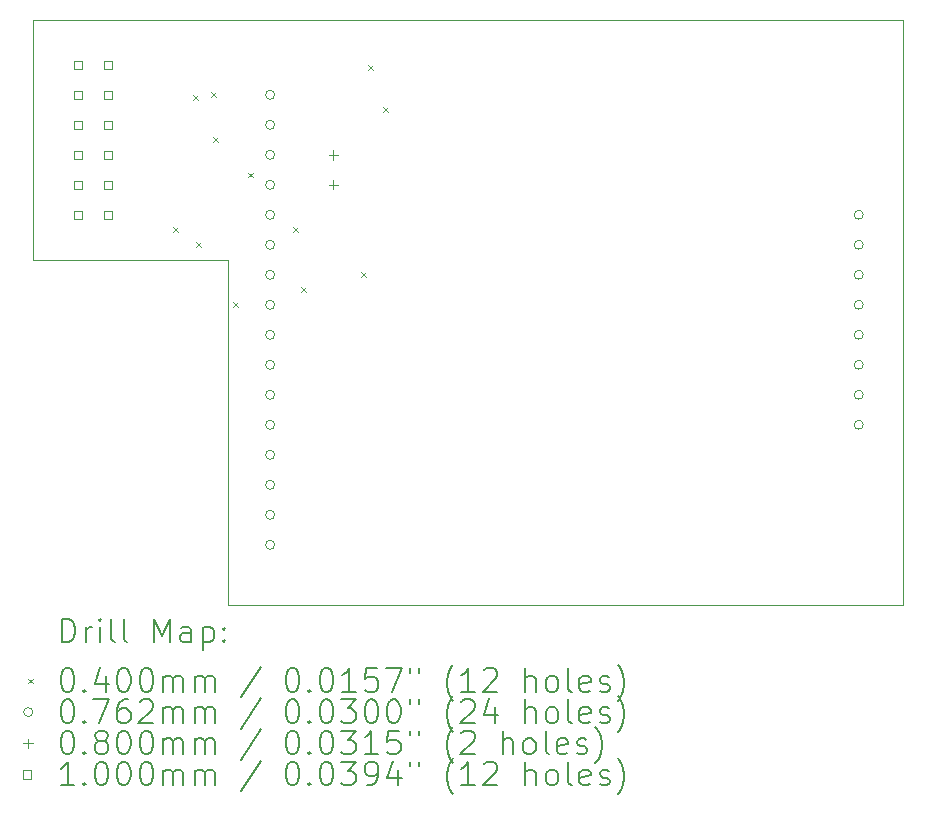
<source format=gbr>
%TF.GenerationSoftware,KiCad,Pcbnew,7.0.1*%
%TF.CreationDate,2023-04-02T16:08:44+02:00*%
%TF.ProjectId,PMOD SPI SD TFT,504d4f44-2053-4504-9920-534420544654,V1.0*%
%TF.SameCoordinates,Original*%
%TF.FileFunction,Drillmap*%
%TF.FilePolarity,Positive*%
%FSLAX45Y45*%
G04 Gerber Fmt 4.5, Leading zero omitted, Abs format (unit mm)*
G04 Created by KiCad (PCBNEW 7.0.1) date 2023-04-02 16:08:44*
%MOMM*%
%LPD*%
G01*
G04 APERTURE LIST*
%ADD10C,0.100000*%
%ADD11C,0.200000*%
%ADD12C,0.040000*%
%ADD13C,0.076200*%
%ADD14C,0.080000*%
G04 APERTURE END LIST*
D10*
X2540000Y-2413000D02*
X2540000Y2540000D01*
X-3175000Y-2413000D02*
X-3175000Y508000D01*
X2540000Y2540000D02*
X-4826000Y2540000D01*
X-4826000Y2540000D02*
X-4826000Y508000D01*
X-4826000Y508000D02*
X-3175000Y508000D01*
X2540000Y-2413000D02*
X-3175000Y-2413000D01*
D11*
D12*
X-3639500Y782000D02*
X-3599500Y742000D01*
X-3599500Y782000D02*
X-3639500Y742000D01*
X-3474400Y1899600D02*
X-3434400Y1859600D01*
X-3434400Y1899600D02*
X-3474400Y1859600D01*
X-3449000Y655000D02*
X-3409000Y615000D01*
X-3409000Y655000D02*
X-3449000Y615000D01*
X-3322000Y1925000D02*
X-3282000Y1885000D01*
X-3282000Y1925000D02*
X-3322000Y1885000D01*
X-3303550Y1544000D02*
X-3263550Y1504000D01*
X-3263550Y1544000D02*
X-3303550Y1504000D01*
X-3131500Y147000D02*
X-3091500Y107000D01*
X-3091500Y147000D02*
X-3131500Y107000D01*
X-3004500Y1244950D02*
X-2964500Y1204950D01*
X-2964500Y1244950D02*
X-3004500Y1204950D01*
X-2623500Y782000D02*
X-2583500Y742000D01*
X-2583500Y782000D02*
X-2623500Y742000D01*
X-2560000Y274000D02*
X-2520000Y234000D01*
X-2520000Y274000D02*
X-2560000Y234000D01*
X-2052000Y401000D02*
X-2012000Y361000D01*
X-2012000Y401000D02*
X-2052000Y361000D01*
X-1988500Y2153600D02*
X-1948500Y2113600D01*
X-1948500Y2153600D02*
X-1988500Y2113600D01*
X-1861500Y1798000D02*
X-1821500Y1758000D01*
X-1821500Y1798000D02*
X-1861500Y1758000D01*
D13*
X-2783280Y1905000D02*
G75*
G03*
X-2783280Y1905000I-38100J0D01*
G01*
X-2783280Y1651000D02*
G75*
G03*
X-2783280Y1651000I-38100J0D01*
G01*
X-2783280Y1397000D02*
G75*
G03*
X-2783280Y1397000I-38100J0D01*
G01*
X-2783280Y1143000D02*
G75*
G03*
X-2783280Y1143000I-38100J0D01*
G01*
X-2783280Y889000D02*
G75*
G03*
X-2783280Y889000I-38100J0D01*
G01*
X-2783280Y635000D02*
G75*
G03*
X-2783280Y635000I-38100J0D01*
G01*
X-2783280Y381000D02*
G75*
G03*
X-2783280Y381000I-38100J0D01*
G01*
X-2783280Y127000D02*
G75*
G03*
X-2783280Y127000I-38100J0D01*
G01*
X-2783280Y-127000D02*
G75*
G03*
X-2783280Y-127000I-38100J0D01*
G01*
X-2783280Y-381000D02*
G75*
G03*
X-2783280Y-381000I-38100J0D01*
G01*
X-2783280Y-635000D02*
G75*
G03*
X-2783280Y-635000I-38100J0D01*
G01*
X-2783280Y-889000D02*
G75*
G03*
X-2783280Y-889000I-38100J0D01*
G01*
X-2783280Y-1143000D02*
G75*
G03*
X-2783280Y-1143000I-38100J0D01*
G01*
X-2783280Y-1397000D02*
G75*
G03*
X-2783280Y-1397000I-38100J0D01*
G01*
X-2783280Y-1651000D02*
G75*
G03*
X-2783280Y-1651000I-38100J0D01*
G01*
X-2783280Y-1905000D02*
G75*
G03*
X-2783280Y-1905000I-38100J0D01*
G01*
X2200100Y889000D02*
G75*
G03*
X2200100Y889000I-38100J0D01*
G01*
X2200100Y635000D02*
G75*
G03*
X2200100Y635000I-38100J0D01*
G01*
X2200100Y381000D02*
G75*
G03*
X2200100Y381000I-38100J0D01*
G01*
X2200100Y127000D02*
G75*
G03*
X2200100Y127000I-38100J0D01*
G01*
X2200100Y-127000D02*
G75*
G03*
X2200100Y-127000I-38100J0D01*
G01*
X2200100Y-381000D02*
G75*
G03*
X2200100Y-381000I-38100J0D01*
G01*
X2200100Y-635000D02*
G75*
G03*
X2200100Y-635000I-38100J0D01*
G01*
X2200100Y-889000D02*
G75*
G03*
X2200100Y-889000I-38100J0D01*
G01*
D14*
X-2286000Y1433000D02*
X-2286000Y1353000D01*
X-2326000Y1393000D02*
X-2246000Y1393000D01*
X-2286000Y1183000D02*
X-2286000Y1103000D01*
X-2326000Y1143000D02*
X-2246000Y1143000D01*
D10*
X-4409644Y2123644D02*
X-4409644Y2194356D01*
X-4480356Y2194356D01*
X-4480356Y2123644D01*
X-4409644Y2123644D01*
X-4409644Y1869644D02*
X-4409644Y1940356D01*
X-4480356Y1940356D01*
X-4480356Y1869644D01*
X-4409644Y1869644D01*
X-4409644Y1615644D02*
X-4409644Y1686356D01*
X-4480356Y1686356D01*
X-4480356Y1615644D01*
X-4409644Y1615644D01*
X-4409644Y1361644D02*
X-4409644Y1432356D01*
X-4480356Y1432356D01*
X-4480356Y1361644D01*
X-4409644Y1361644D01*
X-4409644Y1107644D02*
X-4409644Y1178356D01*
X-4480356Y1178356D01*
X-4480356Y1107644D01*
X-4409644Y1107644D01*
X-4409644Y853644D02*
X-4409644Y924356D01*
X-4480356Y924356D01*
X-4480356Y853644D01*
X-4409644Y853644D01*
X-4155644Y2123644D02*
X-4155644Y2194356D01*
X-4226356Y2194356D01*
X-4226356Y2123644D01*
X-4155644Y2123644D01*
X-4155644Y1869644D02*
X-4155644Y1940356D01*
X-4226356Y1940356D01*
X-4226356Y1869644D01*
X-4155644Y1869644D01*
X-4155644Y1615644D02*
X-4155644Y1686356D01*
X-4226356Y1686356D01*
X-4226356Y1615644D01*
X-4155644Y1615644D01*
X-4155644Y1361644D02*
X-4155644Y1432356D01*
X-4226356Y1432356D01*
X-4226356Y1361644D01*
X-4155644Y1361644D01*
X-4155644Y1107644D02*
X-4155644Y1178356D01*
X-4226356Y1178356D01*
X-4226356Y1107644D01*
X-4155644Y1107644D01*
X-4155644Y853644D02*
X-4155644Y924356D01*
X-4226356Y924356D01*
X-4226356Y853644D01*
X-4155644Y853644D01*
D11*
X-4583381Y-2730524D02*
X-4583381Y-2530524D01*
X-4583381Y-2530524D02*
X-4535762Y-2530524D01*
X-4535762Y-2530524D02*
X-4507190Y-2540048D01*
X-4507190Y-2540048D02*
X-4488143Y-2559095D01*
X-4488143Y-2559095D02*
X-4478619Y-2578143D01*
X-4478619Y-2578143D02*
X-4469095Y-2616238D01*
X-4469095Y-2616238D02*
X-4469095Y-2644810D01*
X-4469095Y-2644810D02*
X-4478619Y-2682905D01*
X-4478619Y-2682905D02*
X-4488143Y-2701952D01*
X-4488143Y-2701952D02*
X-4507190Y-2721000D01*
X-4507190Y-2721000D02*
X-4535762Y-2730524D01*
X-4535762Y-2730524D02*
X-4583381Y-2730524D01*
X-4383381Y-2730524D02*
X-4383381Y-2597190D01*
X-4383381Y-2635286D02*
X-4373857Y-2616238D01*
X-4373857Y-2616238D02*
X-4364333Y-2606714D01*
X-4364333Y-2606714D02*
X-4345286Y-2597190D01*
X-4345286Y-2597190D02*
X-4326238Y-2597190D01*
X-4259571Y-2730524D02*
X-4259571Y-2597190D01*
X-4259571Y-2530524D02*
X-4269095Y-2540048D01*
X-4269095Y-2540048D02*
X-4259571Y-2549571D01*
X-4259571Y-2549571D02*
X-4250048Y-2540048D01*
X-4250048Y-2540048D02*
X-4259571Y-2530524D01*
X-4259571Y-2530524D02*
X-4259571Y-2549571D01*
X-4135762Y-2730524D02*
X-4154809Y-2721000D01*
X-4154809Y-2721000D02*
X-4164333Y-2701952D01*
X-4164333Y-2701952D02*
X-4164333Y-2530524D01*
X-4031000Y-2730524D02*
X-4050048Y-2721000D01*
X-4050048Y-2721000D02*
X-4059571Y-2701952D01*
X-4059571Y-2701952D02*
X-4059571Y-2530524D01*
X-3802428Y-2730524D02*
X-3802428Y-2530524D01*
X-3802428Y-2530524D02*
X-3735762Y-2673381D01*
X-3735762Y-2673381D02*
X-3669095Y-2530524D01*
X-3669095Y-2530524D02*
X-3669095Y-2730524D01*
X-3488143Y-2730524D02*
X-3488143Y-2625762D01*
X-3488143Y-2625762D02*
X-3497667Y-2606714D01*
X-3497667Y-2606714D02*
X-3516714Y-2597190D01*
X-3516714Y-2597190D02*
X-3554809Y-2597190D01*
X-3554809Y-2597190D02*
X-3573857Y-2606714D01*
X-3488143Y-2721000D02*
X-3507190Y-2730524D01*
X-3507190Y-2730524D02*
X-3554809Y-2730524D01*
X-3554809Y-2730524D02*
X-3573857Y-2721000D01*
X-3573857Y-2721000D02*
X-3583381Y-2701952D01*
X-3583381Y-2701952D02*
X-3583381Y-2682905D01*
X-3583381Y-2682905D02*
X-3573857Y-2663857D01*
X-3573857Y-2663857D02*
X-3554809Y-2654333D01*
X-3554809Y-2654333D02*
X-3507190Y-2654333D01*
X-3507190Y-2654333D02*
X-3488143Y-2644810D01*
X-3392905Y-2597190D02*
X-3392905Y-2797190D01*
X-3392905Y-2606714D02*
X-3373857Y-2597190D01*
X-3373857Y-2597190D02*
X-3335762Y-2597190D01*
X-3335762Y-2597190D02*
X-3316714Y-2606714D01*
X-3316714Y-2606714D02*
X-3307190Y-2616238D01*
X-3307190Y-2616238D02*
X-3297667Y-2635286D01*
X-3297667Y-2635286D02*
X-3297667Y-2692429D01*
X-3297667Y-2692429D02*
X-3307190Y-2711476D01*
X-3307190Y-2711476D02*
X-3316714Y-2721000D01*
X-3316714Y-2721000D02*
X-3335762Y-2730524D01*
X-3335762Y-2730524D02*
X-3373857Y-2730524D01*
X-3373857Y-2730524D02*
X-3392905Y-2721000D01*
X-3211952Y-2711476D02*
X-3202428Y-2721000D01*
X-3202428Y-2721000D02*
X-3211952Y-2730524D01*
X-3211952Y-2730524D02*
X-3221476Y-2721000D01*
X-3221476Y-2721000D02*
X-3211952Y-2711476D01*
X-3211952Y-2711476D02*
X-3211952Y-2730524D01*
X-3211952Y-2606714D02*
X-3202428Y-2616238D01*
X-3202428Y-2616238D02*
X-3211952Y-2625762D01*
X-3211952Y-2625762D02*
X-3221476Y-2616238D01*
X-3221476Y-2616238D02*
X-3211952Y-2606714D01*
X-3211952Y-2606714D02*
X-3211952Y-2625762D01*
D12*
X-4871000Y-3038000D02*
X-4831000Y-3078000D01*
X-4831000Y-3038000D02*
X-4871000Y-3078000D01*
D11*
X-4545286Y-2950524D02*
X-4526238Y-2950524D01*
X-4526238Y-2950524D02*
X-4507190Y-2960048D01*
X-4507190Y-2960048D02*
X-4497667Y-2969571D01*
X-4497667Y-2969571D02*
X-4488143Y-2988619D01*
X-4488143Y-2988619D02*
X-4478619Y-3026714D01*
X-4478619Y-3026714D02*
X-4478619Y-3074333D01*
X-4478619Y-3074333D02*
X-4488143Y-3112428D01*
X-4488143Y-3112428D02*
X-4497667Y-3131476D01*
X-4497667Y-3131476D02*
X-4507190Y-3141000D01*
X-4507190Y-3141000D02*
X-4526238Y-3150524D01*
X-4526238Y-3150524D02*
X-4545286Y-3150524D01*
X-4545286Y-3150524D02*
X-4564333Y-3141000D01*
X-4564333Y-3141000D02*
X-4573857Y-3131476D01*
X-4573857Y-3131476D02*
X-4583381Y-3112428D01*
X-4583381Y-3112428D02*
X-4592905Y-3074333D01*
X-4592905Y-3074333D02*
X-4592905Y-3026714D01*
X-4592905Y-3026714D02*
X-4583381Y-2988619D01*
X-4583381Y-2988619D02*
X-4573857Y-2969571D01*
X-4573857Y-2969571D02*
X-4564333Y-2960048D01*
X-4564333Y-2960048D02*
X-4545286Y-2950524D01*
X-4392905Y-3131476D02*
X-4383381Y-3141000D01*
X-4383381Y-3141000D02*
X-4392905Y-3150524D01*
X-4392905Y-3150524D02*
X-4402429Y-3141000D01*
X-4402429Y-3141000D02*
X-4392905Y-3131476D01*
X-4392905Y-3131476D02*
X-4392905Y-3150524D01*
X-4211952Y-3017190D02*
X-4211952Y-3150524D01*
X-4259571Y-2941000D02*
X-4307190Y-3083857D01*
X-4307190Y-3083857D02*
X-4183381Y-3083857D01*
X-4069095Y-2950524D02*
X-4050047Y-2950524D01*
X-4050047Y-2950524D02*
X-4031000Y-2960048D01*
X-4031000Y-2960048D02*
X-4021476Y-2969571D01*
X-4021476Y-2969571D02*
X-4011952Y-2988619D01*
X-4011952Y-2988619D02*
X-4002428Y-3026714D01*
X-4002428Y-3026714D02*
X-4002428Y-3074333D01*
X-4002428Y-3074333D02*
X-4011952Y-3112428D01*
X-4011952Y-3112428D02*
X-4021476Y-3131476D01*
X-4021476Y-3131476D02*
X-4031000Y-3141000D01*
X-4031000Y-3141000D02*
X-4050047Y-3150524D01*
X-4050047Y-3150524D02*
X-4069095Y-3150524D01*
X-4069095Y-3150524D02*
X-4088143Y-3141000D01*
X-4088143Y-3141000D02*
X-4097667Y-3131476D01*
X-4097667Y-3131476D02*
X-4107190Y-3112428D01*
X-4107190Y-3112428D02*
X-4116714Y-3074333D01*
X-4116714Y-3074333D02*
X-4116714Y-3026714D01*
X-4116714Y-3026714D02*
X-4107190Y-2988619D01*
X-4107190Y-2988619D02*
X-4097667Y-2969571D01*
X-4097667Y-2969571D02*
X-4088143Y-2960048D01*
X-4088143Y-2960048D02*
X-4069095Y-2950524D01*
X-3878619Y-2950524D02*
X-3859571Y-2950524D01*
X-3859571Y-2950524D02*
X-3840524Y-2960048D01*
X-3840524Y-2960048D02*
X-3831000Y-2969571D01*
X-3831000Y-2969571D02*
X-3821476Y-2988619D01*
X-3821476Y-2988619D02*
X-3811952Y-3026714D01*
X-3811952Y-3026714D02*
X-3811952Y-3074333D01*
X-3811952Y-3074333D02*
X-3821476Y-3112428D01*
X-3821476Y-3112428D02*
X-3831000Y-3131476D01*
X-3831000Y-3131476D02*
X-3840524Y-3141000D01*
X-3840524Y-3141000D02*
X-3859571Y-3150524D01*
X-3859571Y-3150524D02*
X-3878619Y-3150524D01*
X-3878619Y-3150524D02*
X-3897667Y-3141000D01*
X-3897667Y-3141000D02*
X-3907190Y-3131476D01*
X-3907190Y-3131476D02*
X-3916714Y-3112428D01*
X-3916714Y-3112428D02*
X-3926238Y-3074333D01*
X-3926238Y-3074333D02*
X-3926238Y-3026714D01*
X-3926238Y-3026714D02*
X-3916714Y-2988619D01*
X-3916714Y-2988619D02*
X-3907190Y-2969571D01*
X-3907190Y-2969571D02*
X-3897667Y-2960048D01*
X-3897667Y-2960048D02*
X-3878619Y-2950524D01*
X-3726238Y-3150524D02*
X-3726238Y-3017190D01*
X-3726238Y-3036238D02*
X-3716714Y-3026714D01*
X-3716714Y-3026714D02*
X-3697667Y-3017190D01*
X-3697667Y-3017190D02*
X-3669095Y-3017190D01*
X-3669095Y-3017190D02*
X-3650047Y-3026714D01*
X-3650047Y-3026714D02*
X-3640524Y-3045762D01*
X-3640524Y-3045762D02*
X-3640524Y-3150524D01*
X-3640524Y-3045762D02*
X-3631000Y-3026714D01*
X-3631000Y-3026714D02*
X-3611952Y-3017190D01*
X-3611952Y-3017190D02*
X-3583381Y-3017190D01*
X-3583381Y-3017190D02*
X-3564333Y-3026714D01*
X-3564333Y-3026714D02*
X-3554809Y-3045762D01*
X-3554809Y-3045762D02*
X-3554809Y-3150524D01*
X-3459571Y-3150524D02*
X-3459571Y-3017190D01*
X-3459571Y-3036238D02*
X-3450047Y-3026714D01*
X-3450047Y-3026714D02*
X-3431000Y-3017190D01*
X-3431000Y-3017190D02*
X-3402428Y-3017190D01*
X-3402428Y-3017190D02*
X-3383381Y-3026714D01*
X-3383381Y-3026714D02*
X-3373857Y-3045762D01*
X-3373857Y-3045762D02*
X-3373857Y-3150524D01*
X-3373857Y-3045762D02*
X-3364333Y-3026714D01*
X-3364333Y-3026714D02*
X-3345286Y-3017190D01*
X-3345286Y-3017190D02*
X-3316714Y-3017190D01*
X-3316714Y-3017190D02*
X-3297666Y-3026714D01*
X-3297666Y-3026714D02*
X-3288143Y-3045762D01*
X-3288143Y-3045762D02*
X-3288143Y-3150524D01*
X-2897666Y-2941000D02*
X-3069095Y-3198143D01*
X-2640524Y-2950524D02*
X-2621476Y-2950524D01*
X-2621476Y-2950524D02*
X-2602428Y-2960048D01*
X-2602428Y-2960048D02*
X-2592905Y-2969571D01*
X-2592905Y-2969571D02*
X-2583381Y-2988619D01*
X-2583381Y-2988619D02*
X-2573857Y-3026714D01*
X-2573857Y-3026714D02*
X-2573857Y-3074333D01*
X-2573857Y-3074333D02*
X-2583381Y-3112428D01*
X-2583381Y-3112428D02*
X-2592905Y-3131476D01*
X-2592905Y-3131476D02*
X-2602428Y-3141000D01*
X-2602428Y-3141000D02*
X-2621476Y-3150524D01*
X-2621476Y-3150524D02*
X-2640524Y-3150524D01*
X-2640524Y-3150524D02*
X-2659571Y-3141000D01*
X-2659571Y-3141000D02*
X-2669095Y-3131476D01*
X-2669095Y-3131476D02*
X-2678619Y-3112428D01*
X-2678619Y-3112428D02*
X-2688143Y-3074333D01*
X-2688143Y-3074333D02*
X-2688143Y-3026714D01*
X-2688143Y-3026714D02*
X-2678619Y-2988619D01*
X-2678619Y-2988619D02*
X-2669095Y-2969571D01*
X-2669095Y-2969571D02*
X-2659571Y-2960048D01*
X-2659571Y-2960048D02*
X-2640524Y-2950524D01*
X-2488143Y-3131476D02*
X-2478619Y-3141000D01*
X-2478619Y-3141000D02*
X-2488143Y-3150524D01*
X-2488143Y-3150524D02*
X-2497666Y-3141000D01*
X-2497666Y-3141000D02*
X-2488143Y-3131476D01*
X-2488143Y-3131476D02*
X-2488143Y-3150524D01*
X-2354809Y-2950524D02*
X-2335762Y-2950524D01*
X-2335762Y-2950524D02*
X-2316714Y-2960048D01*
X-2316714Y-2960048D02*
X-2307190Y-2969571D01*
X-2307190Y-2969571D02*
X-2297666Y-2988619D01*
X-2297666Y-2988619D02*
X-2288143Y-3026714D01*
X-2288143Y-3026714D02*
X-2288143Y-3074333D01*
X-2288143Y-3074333D02*
X-2297666Y-3112428D01*
X-2297666Y-3112428D02*
X-2307190Y-3131476D01*
X-2307190Y-3131476D02*
X-2316714Y-3141000D01*
X-2316714Y-3141000D02*
X-2335762Y-3150524D01*
X-2335762Y-3150524D02*
X-2354809Y-3150524D01*
X-2354809Y-3150524D02*
X-2373857Y-3141000D01*
X-2373857Y-3141000D02*
X-2383381Y-3131476D01*
X-2383381Y-3131476D02*
X-2392905Y-3112428D01*
X-2392905Y-3112428D02*
X-2402428Y-3074333D01*
X-2402428Y-3074333D02*
X-2402428Y-3026714D01*
X-2402428Y-3026714D02*
X-2392905Y-2988619D01*
X-2392905Y-2988619D02*
X-2383381Y-2969571D01*
X-2383381Y-2969571D02*
X-2373857Y-2960048D01*
X-2373857Y-2960048D02*
X-2354809Y-2950524D01*
X-2097666Y-3150524D02*
X-2211952Y-3150524D01*
X-2154809Y-3150524D02*
X-2154809Y-2950524D01*
X-2154809Y-2950524D02*
X-2173857Y-2979095D01*
X-2173857Y-2979095D02*
X-2192905Y-2998143D01*
X-2192905Y-2998143D02*
X-2211952Y-3007667D01*
X-1916714Y-2950524D02*
X-2011952Y-2950524D01*
X-2011952Y-2950524D02*
X-2021476Y-3045762D01*
X-2021476Y-3045762D02*
X-2011952Y-3036238D01*
X-2011952Y-3036238D02*
X-1992904Y-3026714D01*
X-1992904Y-3026714D02*
X-1945285Y-3026714D01*
X-1945285Y-3026714D02*
X-1926238Y-3036238D01*
X-1926238Y-3036238D02*
X-1916714Y-3045762D01*
X-1916714Y-3045762D02*
X-1907190Y-3064809D01*
X-1907190Y-3064809D02*
X-1907190Y-3112428D01*
X-1907190Y-3112428D02*
X-1916714Y-3131476D01*
X-1916714Y-3131476D02*
X-1926238Y-3141000D01*
X-1926238Y-3141000D02*
X-1945285Y-3150524D01*
X-1945285Y-3150524D02*
X-1992904Y-3150524D01*
X-1992904Y-3150524D02*
X-2011952Y-3141000D01*
X-2011952Y-3141000D02*
X-2021476Y-3131476D01*
X-1840523Y-2950524D02*
X-1707190Y-2950524D01*
X-1707190Y-2950524D02*
X-1792904Y-3150524D01*
X-1640523Y-2950524D02*
X-1640523Y-2988619D01*
X-1564333Y-2950524D02*
X-1564333Y-2988619D01*
X-1269095Y-3226714D02*
X-1278619Y-3217190D01*
X-1278619Y-3217190D02*
X-1297666Y-3188619D01*
X-1297666Y-3188619D02*
X-1307190Y-3169571D01*
X-1307190Y-3169571D02*
X-1316714Y-3141000D01*
X-1316714Y-3141000D02*
X-1326238Y-3093381D01*
X-1326238Y-3093381D02*
X-1326238Y-3055286D01*
X-1326238Y-3055286D02*
X-1316714Y-3007667D01*
X-1316714Y-3007667D02*
X-1307190Y-2979095D01*
X-1307190Y-2979095D02*
X-1297666Y-2960048D01*
X-1297666Y-2960048D02*
X-1278619Y-2931476D01*
X-1278619Y-2931476D02*
X-1269095Y-2921952D01*
X-1088143Y-3150524D02*
X-1202428Y-3150524D01*
X-1145285Y-3150524D02*
X-1145285Y-2950524D01*
X-1145285Y-2950524D02*
X-1164333Y-2979095D01*
X-1164333Y-2979095D02*
X-1183381Y-2998143D01*
X-1183381Y-2998143D02*
X-1202428Y-3007667D01*
X-1011952Y-2969571D02*
X-1002428Y-2960048D01*
X-1002428Y-2960048D02*
X-983381Y-2950524D01*
X-983381Y-2950524D02*
X-935761Y-2950524D01*
X-935761Y-2950524D02*
X-916714Y-2960048D01*
X-916714Y-2960048D02*
X-907190Y-2969571D01*
X-907190Y-2969571D02*
X-897666Y-2988619D01*
X-897666Y-2988619D02*
X-897666Y-3007667D01*
X-897666Y-3007667D02*
X-907190Y-3036238D01*
X-907190Y-3036238D02*
X-1021476Y-3150524D01*
X-1021476Y-3150524D02*
X-897666Y-3150524D01*
X-659571Y-3150524D02*
X-659571Y-2950524D01*
X-573857Y-3150524D02*
X-573857Y-3045762D01*
X-573857Y-3045762D02*
X-583381Y-3026714D01*
X-583381Y-3026714D02*
X-602428Y-3017190D01*
X-602428Y-3017190D02*
X-631000Y-3017190D01*
X-631000Y-3017190D02*
X-650047Y-3026714D01*
X-650047Y-3026714D02*
X-659571Y-3036238D01*
X-450047Y-3150524D02*
X-469095Y-3141000D01*
X-469095Y-3141000D02*
X-478619Y-3131476D01*
X-478619Y-3131476D02*
X-488142Y-3112428D01*
X-488142Y-3112428D02*
X-488142Y-3055286D01*
X-488142Y-3055286D02*
X-478619Y-3036238D01*
X-478619Y-3036238D02*
X-469095Y-3026714D01*
X-469095Y-3026714D02*
X-450047Y-3017190D01*
X-450047Y-3017190D02*
X-421476Y-3017190D01*
X-421476Y-3017190D02*
X-402428Y-3026714D01*
X-402428Y-3026714D02*
X-392904Y-3036238D01*
X-392904Y-3036238D02*
X-383380Y-3055286D01*
X-383380Y-3055286D02*
X-383380Y-3112428D01*
X-383380Y-3112428D02*
X-392904Y-3131476D01*
X-392904Y-3131476D02*
X-402428Y-3141000D01*
X-402428Y-3141000D02*
X-421476Y-3150524D01*
X-421476Y-3150524D02*
X-450047Y-3150524D01*
X-269095Y-3150524D02*
X-288142Y-3141000D01*
X-288142Y-3141000D02*
X-297666Y-3121952D01*
X-297666Y-3121952D02*
X-297666Y-2950524D01*
X-116714Y-3141000D02*
X-135761Y-3150524D01*
X-135761Y-3150524D02*
X-173857Y-3150524D01*
X-173857Y-3150524D02*
X-192904Y-3141000D01*
X-192904Y-3141000D02*
X-202428Y-3121952D01*
X-202428Y-3121952D02*
X-202428Y-3045762D01*
X-202428Y-3045762D02*
X-192904Y-3026714D01*
X-192904Y-3026714D02*
X-173857Y-3017190D01*
X-173857Y-3017190D02*
X-135761Y-3017190D01*
X-135761Y-3017190D02*
X-116714Y-3026714D01*
X-116714Y-3026714D02*
X-107190Y-3045762D01*
X-107190Y-3045762D02*
X-107190Y-3064809D01*
X-107190Y-3064809D02*
X-202428Y-3083857D01*
X-30999Y-3141000D02*
X-11952Y-3150524D01*
X-11952Y-3150524D02*
X26143Y-3150524D01*
X26143Y-3150524D02*
X45191Y-3141000D01*
X45191Y-3141000D02*
X54715Y-3121952D01*
X54715Y-3121952D02*
X54715Y-3112428D01*
X54715Y-3112428D02*
X45191Y-3093381D01*
X45191Y-3093381D02*
X26143Y-3083857D01*
X26143Y-3083857D02*
X-2428Y-3083857D01*
X-2428Y-3083857D02*
X-21476Y-3074333D01*
X-21476Y-3074333D02*
X-30999Y-3055286D01*
X-30999Y-3055286D02*
X-30999Y-3045762D01*
X-30999Y-3045762D02*
X-21476Y-3026714D01*
X-21476Y-3026714D02*
X-2428Y-3017190D01*
X-2428Y-3017190D02*
X26143Y-3017190D01*
X26143Y-3017190D02*
X45191Y-3026714D01*
X121381Y-3226714D02*
X130905Y-3217190D01*
X130905Y-3217190D02*
X149953Y-3188619D01*
X149953Y-3188619D02*
X159477Y-3169571D01*
X159477Y-3169571D02*
X169000Y-3141000D01*
X169000Y-3141000D02*
X178524Y-3093381D01*
X178524Y-3093381D02*
X178524Y-3055286D01*
X178524Y-3055286D02*
X169000Y-3007667D01*
X169000Y-3007667D02*
X159477Y-2979095D01*
X159477Y-2979095D02*
X149953Y-2960048D01*
X149953Y-2960048D02*
X130905Y-2931476D01*
X130905Y-2931476D02*
X121381Y-2921952D01*
D13*
X-4831000Y-3322000D02*
G75*
G03*
X-4831000Y-3322000I-38100J0D01*
G01*
D11*
X-4545286Y-3214524D02*
X-4526238Y-3214524D01*
X-4526238Y-3214524D02*
X-4507190Y-3224048D01*
X-4507190Y-3224048D02*
X-4497667Y-3233571D01*
X-4497667Y-3233571D02*
X-4488143Y-3252619D01*
X-4488143Y-3252619D02*
X-4478619Y-3290714D01*
X-4478619Y-3290714D02*
X-4478619Y-3338333D01*
X-4478619Y-3338333D02*
X-4488143Y-3376428D01*
X-4488143Y-3376428D02*
X-4497667Y-3395476D01*
X-4497667Y-3395476D02*
X-4507190Y-3405000D01*
X-4507190Y-3405000D02*
X-4526238Y-3414524D01*
X-4526238Y-3414524D02*
X-4545286Y-3414524D01*
X-4545286Y-3414524D02*
X-4564333Y-3405000D01*
X-4564333Y-3405000D02*
X-4573857Y-3395476D01*
X-4573857Y-3395476D02*
X-4583381Y-3376428D01*
X-4583381Y-3376428D02*
X-4592905Y-3338333D01*
X-4592905Y-3338333D02*
X-4592905Y-3290714D01*
X-4592905Y-3290714D02*
X-4583381Y-3252619D01*
X-4583381Y-3252619D02*
X-4573857Y-3233571D01*
X-4573857Y-3233571D02*
X-4564333Y-3224048D01*
X-4564333Y-3224048D02*
X-4545286Y-3214524D01*
X-4392905Y-3395476D02*
X-4383381Y-3405000D01*
X-4383381Y-3405000D02*
X-4392905Y-3414524D01*
X-4392905Y-3414524D02*
X-4402429Y-3405000D01*
X-4402429Y-3405000D02*
X-4392905Y-3395476D01*
X-4392905Y-3395476D02*
X-4392905Y-3414524D01*
X-4316714Y-3214524D02*
X-4183381Y-3214524D01*
X-4183381Y-3214524D02*
X-4269095Y-3414524D01*
X-4021476Y-3214524D02*
X-4059571Y-3214524D01*
X-4059571Y-3214524D02*
X-4078619Y-3224048D01*
X-4078619Y-3224048D02*
X-4088143Y-3233571D01*
X-4088143Y-3233571D02*
X-4107190Y-3262143D01*
X-4107190Y-3262143D02*
X-4116714Y-3300238D01*
X-4116714Y-3300238D02*
X-4116714Y-3376428D01*
X-4116714Y-3376428D02*
X-4107190Y-3395476D01*
X-4107190Y-3395476D02*
X-4097667Y-3405000D01*
X-4097667Y-3405000D02*
X-4078619Y-3414524D01*
X-4078619Y-3414524D02*
X-4040524Y-3414524D01*
X-4040524Y-3414524D02*
X-4021476Y-3405000D01*
X-4021476Y-3405000D02*
X-4011952Y-3395476D01*
X-4011952Y-3395476D02*
X-4002428Y-3376428D01*
X-4002428Y-3376428D02*
X-4002428Y-3328809D01*
X-4002428Y-3328809D02*
X-4011952Y-3309762D01*
X-4011952Y-3309762D02*
X-4021476Y-3300238D01*
X-4021476Y-3300238D02*
X-4040524Y-3290714D01*
X-4040524Y-3290714D02*
X-4078619Y-3290714D01*
X-4078619Y-3290714D02*
X-4097667Y-3300238D01*
X-4097667Y-3300238D02*
X-4107190Y-3309762D01*
X-4107190Y-3309762D02*
X-4116714Y-3328809D01*
X-3926238Y-3233571D02*
X-3916714Y-3224048D01*
X-3916714Y-3224048D02*
X-3897667Y-3214524D01*
X-3897667Y-3214524D02*
X-3850047Y-3214524D01*
X-3850047Y-3214524D02*
X-3831000Y-3224048D01*
X-3831000Y-3224048D02*
X-3821476Y-3233571D01*
X-3821476Y-3233571D02*
X-3811952Y-3252619D01*
X-3811952Y-3252619D02*
X-3811952Y-3271667D01*
X-3811952Y-3271667D02*
X-3821476Y-3300238D01*
X-3821476Y-3300238D02*
X-3935762Y-3414524D01*
X-3935762Y-3414524D02*
X-3811952Y-3414524D01*
X-3726238Y-3414524D02*
X-3726238Y-3281190D01*
X-3726238Y-3300238D02*
X-3716714Y-3290714D01*
X-3716714Y-3290714D02*
X-3697667Y-3281190D01*
X-3697667Y-3281190D02*
X-3669095Y-3281190D01*
X-3669095Y-3281190D02*
X-3650047Y-3290714D01*
X-3650047Y-3290714D02*
X-3640524Y-3309762D01*
X-3640524Y-3309762D02*
X-3640524Y-3414524D01*
X-3640524Y-3309762D02*
X-3631000Y-3290714D01*
X-3631000Y-3290714D02*
X-3611952Y-3281190D01*
X-3611952Y-3281190D02*
X-3583381Y-3281190D01*
X-3583381Y-3281190D02*
X-3564333Y-3290714D01*
X-3564333Y-3290714D02*
X-3554809Y-3309762D01*
X-3554809Y-3309762D02*
X-3554809Y-3414524D01*
X-3459571Y-3414524D02*
X-3459571Y-3281190D01*
X-3459571Y-3300238D02*
X-3450047Y-3290714D01*
X-3450047Y-3290714D02*
X-3431000Y-3281190D01*
X-3431000Y-3281190D02*
X-3402428Y-3281190D01*
X-3402428Y-3281190D02*
X-3383381Y-3290714D01*
X-3383381Y-3290714D02*
X-3373857Y-3309762D01*
X-3373857Y-3309762D02*
X-3373857Y-3414524D01*
X-3373857Y-3309762D02*
X-3364333Y-3290714D01*
X-3364333Y-3290714D02*
X-3345286Y-3281190D01*
X-3345286Y-3281190D02*
X-3316714Y-3281190D01*
X-3316714Y-3281190D02*
X-3297666Y-3290714D01*
X-3297666Y-3290714D02*
X-3288143Y-3309762D01*
X-3288143Y-3309762D02*
X-3288143Y-3414524D01*
X-2897666Y-3205000D02*
X-3069095Y-3462143D01*
X-2640524Y-3214524D02*
X-2621476Y-3214524D01*
X-2621476Y-3214524D02*
X-2602428Y-3224048D01*
X-2602428Y-3224048D02*
X-2592905Y-3233571D01*
X-2592905Y-3233571D02*
X-2583381Y-3252619D01*
X-2583381Y-3252619D02*
X-2573857Y-3290714D01*
X-2573857Y-3290714D02*
X-2573857Y-3338333D01*
X-2573857Y-3338333D02*
X-2583381Y-3376428D01*
X-2583381Y-3376428D02*
X-2592905Y-3395476D01*
X-2592905Y-3395476D02*
X-2602428Y-3405000D01*
X-2602428Y-3405000D02*
X-2621476Y-3414524D01*
X-2621476Y-3414524D02*
X-2640524Y-3414524D01*
X-2640524Y-3414524D02*
X-2659571Y-3405000D01*
X-2659571Y-3405000D02*
X-2669095Y-3395476D01*
X-2669095Y-3395476D02*
X-2678619Y-3376428D01*
X-2678619Y-3376428D02*
X-2688143Y-3338333D01*
X-2688143Y-3338333D02*
X-2688143Y-3290714D01*
X-2688143Y-3290714D02*
X-2678619Y-3252619D01*
X-2678619Y-3252619D02*
X-2669095Y-3233571D01*
X-2669095Y-3233571D02*
X-2659571Y-3224048D01*
X-2659571Y-3224048D02*
X-2640524Y-3214524D01*
X-2488143Y-3395476D02*
X-2478619Y-3405000D01*
X-2478619Y-3405000D02*
X-2488143Y-3414524D01*
X-2488143Y-3414524D02*
X-2497666Y-3405000D01*
X-2497666Y-3405000D02*
X-2488143Y-3395476D01*
X-2488143Y-3395476D02*
X-2488143Y-3414524D01*
X-2354809Y-3214524D02*
X-2335762Y-3214524D01*
X-2335762Y-3214524D02*
X-2316714Y-3224048D01*
X-2316714Y-3224048D02*
X-2307190Y-3233571D01*
X-2307190Y-3233571D02*
X-2297666Y-3252619D01*
X-2297666Y-3252619D02*
X-2288143Y-3290714D01*
X-2288143Y-3290714D02*
X-2288143Y-3338333D01*
X-2288143Y-3338333D02*
X-2297666Y-3376428D01*
X-2297666Y-3376428D02*
X-2307190Y-3395476D01*
X-2307190Y-3395476D02*
X-2316714Y-3405000D01*
X-2316714Y-3405000D02*
X-2335762Y-3414524D01*
X-2335762Y-3414524D02*
X-2354809Y-3414524D01*
X-2354809Y-3414524D02*
X-2373857Y-3405000D01*
X-2373857Y-3405000D02*
X-2383381Y-3395476D01*
X-2383381Y-3395476D02*
X-2392905Y-3376428D01*
X-2392905Y-3376428D02*
X-2402428Y-3338333D01*
X-2402428Y-3338333D02*
X-2402428Y-3290714D01*
X-2402428Y-3290714D02*
X-2392905Y-3252619D01*
X-2392905Y-3252619D02*
X-2383381Y-3233571D01*
X-2383381Y-3233571D02*
X-2373857Y-3224048D01*
X-2373857Y-3224048D02*
X-2354809Y-3214524D01*
X-2221476Y-3214524D02*
X-2097666Y-3214524D01*
X-2097666Y-3214524D02*
X-2164333Y-3290714D01*
X-2164333Y-3290714D02*
X-2135762Y-3290714D01*
X-2135762Y-3290714D02*
X-2116714Y-3300238D01*
X-2116714Y-3300238D02*
X-2107190Y-3309762D01*
X-2107190Y-3309762D02*
X-2097666Y-3328809D01*
X-2097666Y-3328809D02*
X-2097666Y-3376428D01*
X-2097666Y-3376428D02*
X-2107190Y-3395476D01*
X-2107190Y-3395476D02*
X-2116714Y-3405000D01*
X-2116714Y-3405000D02*
X-2135762Y-3414524D01*
X-2135762Y-3414524D02*
X-2192905Y-3414524D01*
X-2192905Y-3414524D02*
X-2211952Y-3405000D01*
X-2211952Y-3405000D02*
X-2221476Y-3395476D01*
X-1973857Y-3214524D02*
X-1954809Y-3214524D01*
X-1954809Y-3214524D02*
X-1935762Y-3224048D01*
X-1935762Y-3224048D02*
X-1926238Y-3233571D01*
X-1926238Y-3233571D02*
X-1916714Y-3252619D01*
X-1916714Y-3252619D02*
X-1907190Y-3290714D01*
X-1907190Y-3290714D02*
X-1907190Y-3338333D01*
X-1907190Y-3338333D02*
X-1916714Y-3376428D01*
X-1916714Y-3376428D02*
X-1926238Y-3395476D01*
X-1926238Y-3395476D02*
X-1935762Y-3405000D01*
X-1935762Y-3405000D02*
X-1954809Y-3414524D01*
X-1954809Y-3414524D02*
X-1973857Y-3414524D01*
X-1973857Y-3414524D02*
X-1992904Y-3405000D01*
X-1992904Y-3405000D02*
X-2002428Y-3395476D01*
X-2002428Y-3395476D02*
X-2011952Y-3376428D01*
X-2011952Y-3376428D02*
X-2021476Y-3338333D01*
X-2021476Y-3338333D02*
X-2021476Y-3290714D01*
X-2021476Y-3290714D02*
X-2011952Y-3252619D01*
X-2011952Y-3252619D02*
X-2002428Y-3233571D01*
X-2002428Y-3233571D02*
X-1992904Y-3224048D01*
X-1992904Y-3224048D02*
X-1973857Y-3214524D01*
X-1783381Y-3214524D02*
X-1764333Y-3214524D01*
X-1764333Y-3214524D02*
X-1745285Y-3224048D01*
X-1745285Y-3224048D02*
X-1735762Y-3233571D01*
X-1735762Y-3233571D02*
X-1726238Y-3252619D01*
X-1726238Y-3252619D02*
X-1716714Y-3290714D01*
X-1716714Y-3290714D02*
X-1716714Y-3338333D01*
X-1716714Y-3338333D02*
X-1726238Y-3376428D01*
X-1726238Y-3376428D02*
X-1735762Y-3395476D01*
X-1735762Y-3395476D02*
X-1745285Y-3405000D01*
X-1745285Y-3405000D02*
X-1764333Y-3414524D01*
X-1764333Y-3414524D02*
X-1783381Y-3414524D01*
X-1783381Y-3414524D02*
X-1802428Y-3405000D01*
X-1802428Y-3405000D02*
X-1811952Y-3395476D01*
X-1811952Y-3395476D02*
X-1821476Y-3376428D01*
X-1821476Y-3376428D02*
X-1831000Y-3338333D01*
X-1831000Y-3338333D02*
X-1831000Y-3290714D01*
X-1831000Y-3290714D02*
X-1821476Y-3252619D01*
X-1821476Y-3252619D02*
X-1811952Y-3233571D01*
X-1811952Y-3233571D02*
X-1802428Y-3224048D01*
X-1802428Y-3224048D02*
X-1783381Y-3214524D01*
X-1640523Y-3214524D02*
X-1640523Y-3252619D01*
X-1564333Y-3214524D02*
X-1564333Y-3252619D01*
X-1269095Y-3490714D02*
X-1278619Y-3481190D01*
X-1278619Y-3481190D02*
X-1297666Y-3452619D01*
X-1297666Y-3452619D02*
X-1307190Y-3433571D01*
X-1307190Y-3433571D02*
X-1316714Y-3405000D01*
X-1316714Y-3405000D02*
X-1326238Y-3357381D01*
X-1326238Y-3357381D02*
X-1326238Y-3319286D01*
X-1326238Y-3319286D02*
X-1316714Y-3271667D01*
X-1316714Y-3271667D02*
X-1307190Y-3243095D01*
X-1307190Y-3243095D02*
X-1297666Y-3224048D01*
X-1297666Y-3224048D02*
X-1278619Y-3195476D01*
X-1278619Y-3195476D02*
X-1269095Y-3185952D01*
X-1202428Y-3233571D02*
X-1192904Y-3224048D01*
X-1192904Y-3224048D02*
X-1173857Y-3214524D01*
X-1173857Y-3214524D02*
X-1126238Y-3214524D01*
X-1126238Y-3214524D02*
X-1107190Y-3224048D01*
X-1107190Y-3224048D02*
X-1097666Y-3233571D01*
X-1097666Y-3233571D02*
X-1088143Y-3252619D01*
X-1088143Y-3252619D02*
X-1088143Y-3271667D01*
X-1088143Y-3271667D02*
X-1097666Y-3300238D01*
X-1097666Y-3300238D02*
X-1211952Y-3414524D01*
X-1211952Y-3414524D02*
X-1088143Y-3414524D01*
X-916714Y-3281190D02*
X-916714Y-3414524D01*
X-964333Y-3205000D02*
X-1011952Y-3347857D01*
X-1011952Y-3347857D02*
X-888142Y-3347857D01*
X-659571Y-3414524D02*
X-659571Y-3214524D01*
X-573857Y-3414524D02*
X-573857Y-3309762D01*
X-573857Y-3309762D02*
X-583381Y-3290714D01*
X-583381Y-3290714D02*
X-602428Y-3281190D01*
X-602428Y-3281190D02*
X-631000Y-3281190D01*
X-631000Y-3281190D02*
X-650047Y-3290714D01*
X-650047Y-3290714D02*
X-659571Y-3300238D01*
X-450047Y-3414524D02*
X-469095Y-3405000D01*
X-469095Y-3405000D02*
X-478619Y-3395476D01*
X-478619Y-3395476D02*
X-488142Y-3376428D01*
X-488142Y-3376428D02*
X-488142Y-3319286D01*
X-488142Y-3319286D02*
X-478619Y-3300238D01*
X-478619Y-3300238D02*
X-469095Y-3290714D01*
X-469095Y-3290714D02*
X-450047Y-3281190D01*
X-450047Y-3281190D02*
X-421476Y-3281190D01*
X-421476Y-3281190D02*
X-402428Y-3290714D01*
X-402428Y-3290714D02*
X-392904Y-3300238D01*
X-392904Y-3300238D02*
X-383380Y-3319286D01*
X-383380Y-3319286D02*
X-383380Y-3376428D01*
X-383380Y-3376428D02*
X-392904Y-3395476D01*
X-392904Y-3395476D02*
X-402428Y-3405000D01*
X-402428Y-3405000D02*
X-421476Y-3414524D01*
X-421476Y-3414524D02*
X-450047Y-3414524D01*
X-269095Y-3414524D02*
X-288142Y-3405000D01*
X-288142Y-3405000D02*
X-297666Y-3385952D01*
X-297666Y-3385952D02*
X-297666Y-3214524D01*
X-116714Y-3405000D02*
X-135761Y-3414524D01*
X-135761Y-3414524D02*
X-173857Y-3414524D01*
X-173857Y-3414524D02*
X-192904Y-3405000D01*
X-192904Y-3405000D02*
X-202428Y-3385952D01*
X-202428Y-3385952D02*
X-202428Y-3309762D01*
X-202428Y-3309762D02*
X-192904Y-3290714D01*
X-192904Y-3290714D02*
X-173857Y-3281190D01*
X-173857Y-3281190D02*
X-135761Y-3281190D01*
X-135761Y-3281190D02*
X-116714Y-3290714D01*
X-116714Y-3290714D02*
X-107190Y-3309762D01*
X-107190Y-3309762D02*
X-107190Y-3328809D01*
X-107190Y-3328809D02*
X-202428Y-3347857D01*
X-30999Y-3405000D02*
X-11952Y-3414524D01*
X-11952Y-3414524D02*
X26143Y-3414524D01*
X26143Y-3414524D02*
X45191Y-3405000D01*
X45191Y-3405000D02*
X54715Y-3385952D01*
X54715Y-3385952D02*
X54715Y-3376428D01*
X54715Y-3376428D02*
X45191Y-3357381D01*
X45191Y-3357381D02*
X26143Y-3347857D01*
X26143Y-3347857D02*
X-2428Y-3347857D01*
X-2428Y-3347857D02*
X-21476Y-3338333D01*
X-21476Y-3338333D02*
X-30999Y-3319286D01*
X-30999Y-3319286D02*
X-30999Y-3309762D01*
X-30999Y-3309762D02*
X-21476Y-3290714D01*
X-21476Y-3290714D02*
X-2428Y-3281190D01*
X-2428Y-3281190D02*
X26143Y-3281190D01*
X26143Y-3281190D02*
X45191Y-3290714D01*
X121381Y-3490714D02*
X130905Y-3481190D01*
X130905Y-3481190D02*
X149953Y-3452619D01*
X149953Y-3452619D02*
X159477Y-3433571D01*
X159477Y-3433571D02*
X169000Y-3405000D01*
X169000Y-3405000D02*
X178524Y-3357381D01*
X178524Y-3357381D02*
X178524Y-3319286D01*
X178524Y-3319286D02*
X169000Y-3271667D01*
X169000Y-3271667D02*
X159477Y-3243095D01*
X159477Y-3243095D02*
X149953Y-3224048D01*
X149953Y-3224048D02*
X130905Y-3195476D01*
X130905Y-3195476D02*
X121381Y-3185952D01*
D14*
X-4871000Y-3546000D02*
X-4871000Y-3626000D01*
X-4911000Y-3586000D02*
X-4831000Y-3586000D01*
D11*
X-4545286Y-3478524D02*
X-4526238Y-3478524D01*
X-4526238Y-3478524D02*
X-4507190Y-3488048D01*
X-4507190Y-3488048D02*
X-4497667Y-3497571D01*
X-4497667Y-3497571D02*
X-4488143Y-3516619D01*
X-4488143Y-3516619D02*
X-4478619Y-3554714D01*
X-4478619Y-3554714D02*
X-4478619Y-3602333D01*
X-4478619Y-3602333D02*
X-4488143Y-3640428D01*
X-4488143Y-3640428D02*
X-4497667Y-3659476D01*
X-4497667Y-3659476D02*
X-4507190Y-3669000D01*
X-4507190Y-3669000D02*
X-4526238Y-3678524D01*
X-4526238Y-3678524D02*
X-4545286Y-3678524D01*
X-4545286Y-3678524D02*
X-4564333Y-3669000D01*
X-4564333Y-3669000D02*
X-4573857Y-3659476D01*
X-4573857Y-3659476D02*
X-4583381Y-3640428D01*
X-4583381Y-3640428D02*
X-4592905Y-3602333D01*
X-4592905Y-3602333D02*
X-4592905Y-3554714D01*
X-4592905Y-3554714D02*
X-4583381Y-3516619D01*
X-4583381Y-3516619D02*
X-4573857Y-3497571D01*
X-4573857Y-3497571D02*
X-4564333Y-3488048D01*
X-4564333Y-3488048D02*
X-4545286Y-3478524D01*
X-4392905Y-3659476D02*
X-4383381Y-3669000D01*
X-4383381Y-3669000D02*
X-4392905Y-3678524D01*
X-4392905Y-3678524D02*
X-4402429Y-3669000D01*
X-4402429Y-3669000D02*
X-4392905Y-3659476D01*
X-4392905Y-3659476D02*
X-4392905Y-3678524D01*
X-4269095Y-3564238D02*
X-4288143Y-3554714D01*
X-4288143Y-3554714D02*
X-4297667Y-3545190D01*
X-4297667Y-3545190D02*
X-4307190Y-3526143D01*
X-4307190Y-3526143D02*
X-4307190Y-3516619D01*
X-4307190Y-3516619D02*
X-4297667Y-3497571D01*
X-4297667Y-3497571D02*
X-4288143Y-3488048D01*
X-4288143Y-3488048D02*
X-4269095Y-3478524D01*
X-4269095Y-3478524D02*
X-4231000Y-3478524D01*
X-4231000Y-3478524D02*
X-4211952Y-3488048D01*
X-4211952Y-3488048D02*
X-4202429Y-3497571D01*
X-4202429Y-3497571D02*
X-4192905Y-3516619D01*
X-4192905Y-3516619D02*
X-4192905Y-3526143D01*
X-4192905Y-3526143D02*
X-4202429Y-3545190D01*
X-4202429Y-3545190D02*
X-4211952Y-3554714D01*
X-4211952Y-3554714D02*
X-4231000Y-3564238D01*
X-4231000Y-3564238D02*
X-4269095Y-3564238D01*
X-4269095Y-3564238D02*
X-4288143Y-3573762D01*
X-4288143Y-3573762D02*
X-4297667Y-3583286D01*
X-4297667Y-3583286D02*
X-4307190Y-3602333D01*
X-4307190Y-3602333D02*
X-4307190Y-3640428D01*
X-4307190Y-3640428D02*
X-4297667Y-3659476D01*
X-4297667Y-3659476D02*
X-4288143Y-3669000D01*
X-4288143Y-3669000D02*
X-4269095Y-3678524D01*
X-4269095Y-3678524D02*
X-4231000Y-3678524D01*
X-4231000Y-3678524D02*
X-4211952Y-3669000D01*
X-4211952Y-3669000D02*
X-4202429Y-3659476D01*
X-4202429Y-3659476D02*
X-4192905Y-3640428D01*
X-4192905Y-3640428D02*
X-4192905Y-3602333D01*
X-4192905Y-3602333D02*
X-4202429Y-3583286D01*
X-4202429Y-3583286D02*
X-4211952Y-3573762D01*
X-4211952Y-3573762D02*
X-4231000Y-3564238D01*
X-4069095Y-3478524D02*
X-4050047Y-3478524D01*
X-4050047Y-3478524D02*
X-4031000Y-3488048D01*
X-4031000Y-3488048D02*
X-4021476Y-3497571D01*
X-4021476Y-3497571D02*
X-4011952Y-3516619D01*
X-4011952Y-3516619D02*
X-4002428Y-3554714D01*
X-4002428Y-3554714D02*
X-4002428Y-3602333D01*
X-4002428Y-3602333D02*
X-4011952Y-3640428D01*
X-4011952Y-3640428D02*
X-4021476Y-3659476D01*
X-4021476Y-3659476D02*
X-4031000Y-3669000D01*
X-4031000Y-3669000D02*
X-4050047Y-3678524D01*
X-4050047Y-3678524D02*
X-4069095Y-3678524D01*
X-4069095Y-3678524D02*
X-4088143Y-3669000D01*
X-4088143Y-3669000D02*
X-4097667Y-3659476D01*
X-4097667Y-3659476D02*
X-4107190Y-3640428D01*
X-4107190Y-3640428D02*
X-4116714Y-3602333D01*
X-4116714Y-3602333D02*
X-4116714Y-3554714D01*
X-4116714Y-3554714D02*
X-4107190Y-3516619D01*
X-4107190Y-3516619D02*
X-4097667Y-3497571D01*
X-4097667Y-3497571D02*
X-4088143Y-3488048D01*
X-4088143Y-3488048D02*
X-4069095Y-3478524D01*
X-3878619Y-3478524D02*
X-3859571Y-3478524D01*
X-3859571Y-3478524D02*
X-3840524Y-3488048D01*
X-3840524Y-3488048D02*
X-3831000Y-3497571D01*
X-3831000Y-3497571D02*
X-3821476Y-3516619D01*
X-3821476Y-3516619D02*
X-3811952Y-3554714D01*
X-3811952Y-3554714D02*
X-3811952Y-3602333D01*
X-3811952Y-3602333D02*
X-3821476Y-3640428D01*
X-3821476Y-3640428D02*
X-3831000Y-3659476D01*
X-3831000Y-3659476D02*
X-3840524Y-3669000D01*
X-3840524Y-3669000D02*
X-3859571Y-3678524D01*
X-3859571Y-3678524D02*
X-3878619Y-3678524D01*
X-3878619Y-3678524D02*
X-3897667Y-3669000D01*
X-3897667Y-3669000D02*
X-3907190Y-3659476D01*
X-3907190Y-3659476D02*
X-3916714Y-3640428D01*
X-3916714Y-3640428D02*
X-3926238Y-3602333D01*
X-3926238Y-3602333D02*
X-3926238Y-3554714D01*
X-3926238Y-3554714D02*
X-3916714Y-3516619D01*
X-3916714Y-3516619D02*
X-3907190Y-3497571D01*
X-3907190Y-3497571D02*
X-3897667Y-3488048D01*
X-3897667Y-3488048D02*
X-3878619Y-3478524D01*
X-3726238Y-3678524D02*
X-3726238Y-3545190D01*
X-3726238Y-3564238D02*
X-3716714Y-3554714D01*
X-3716714Y-3554714D02*
X-3697667Y-3545190D01*
X-3697667Y-3545190D02*
X-3669095Y-3545190D01*
X-3669095Y-3545190D02*
X-3650047Y-3554714D01*
X-3650047Y-3554714D02*
X-3640524Y-3573762D01*
X-3640524Y-3573762D02*
X-3640524Y-3678524D01*
X-3640524Y-3573762D02*
X-3631000Y-3554714D01*
X-3631000Y-3554714D02*
X-3611952Y-3545190D01*
X-3611952Y-3545190D02*
X-3583381Y-3545190D01*
X-3583381Y-3545190D02*
X-3564333Y-3554714D01*
X-3564333Y-3554714D02*
X-3554809Y-3573762D01*
X-3554809Y-3573762D02*
X-3554809Y-3678524D01*
X-3459571Y-3678524D02*
X-3459571Y-3545190D01*
X-3459571Y-3564238D02*
X-3450047Y-3554714D01*
X-3450047Y-3554714D02*
X-3431000Y-3545190D01*
X-3431000Y-3545190D02*
X-3402428Y-3545190D01*
X-3402428Y-3545190D02*
X-3383381Y-3554714D01*
X-3383381Y-3554714D02*
X-3373857Y-3573762D01*
X-3373857Y-3573762D02*
X-3373857Y-3678524D01*
X-3373857Y-3573762D02*
X-3364333Y-3554714D01*
X-3364333Y-3554714D02*
X-3345286Y-3545190D01*
X-3345286Y-3545190D02*
X-3316714Y-3545190D01*
X-3316714Y-3545190D02*
X-3297666Y-3554714D01*
X-3297666Y-3554714D02*
X-3288143Y-3573762D01*
X-3288143Y-3573762D02*
X-3288143Y-3678524D01*
X-2897666Y-3469000D02*
X-3069095Y-3726143D01*
X-2640524Y-3478524D02*
X-2621476Y-3478524D01*
X-2621476Y-3478524D02*
X-2602428Y-3488048D01*
X-2602428Y-3488048D02*
X-2592905Y-3497571D01*
X-2592905Y-3497571D02*
X-2583381Y-3516619D01*
X-2583381Y-3516619D02*
X-2573857Y-3554714D01*
X-2573857Y-3554714D02*
X-2573857Y-3602333D01*
X-2573857Y-3602333D02*
X-2583381Y-3640428D01*
X-2583381Y-3640428D02*
X-2592905Y-3659476D01*
X-2592905Y-3659476D02*
X-2602428Y-3669000D01*
X-2602428Y-3669000D02*
X-2621476Y-3678524D01*
X-2621476Y-3678524D02*
X-2640524Y-3678524D01*
X-2640524Y-3678524D02*
X-2659571Y-3669000D01*
X-2659571Y-3669000D02*
X-2669095Y-3659476D01*
X-2669095Y-3659476D02*
X-2678619Y-3640428D01*
X-2678619Y-3640428D02*
X-2688143Y-3602333D01*
X-2688143Y-3602333D02*
X-2688143Y-3554714D01*
X-2688143Y-3554714D02*
X-2678619Y-3516619D01*
X-2678619Y-3516619D02*
X-2669095Y-3497571D01*
X-2669095Y-3497571D02*
X-2659571Y-3488048D01*
X-2659571Y-3488048D02*
X-2640524Y-3478524D01*
X-2488143Y-3659476D02*
X-2478619Y-3669000D01*
X-2478619Y-3669000D02*
X-2488143Y-3678524D01*
X-2488143Y-3678524D02*
X-2497666Y-3669000D01*
X-2497666Y-3669000D02*
X-2488143Y-3659476D01*
X-2488143Y-3659476D02*
X-2488143Y-3678524D01*
X-2354809Y-3478524D02*
X-2335762Y-3478524D01*
X-2335762Y-3478524D02*
X-2316714Y-3488048D01*
X-2316714Y-3488048D02*
X-2307190Y-3497571D01*
X-2307190Y-3497571D02*
X-2297666Y-3516619D01*
X-2297666Y-3516619D02*
X-2288143Y-3554714D01*
X-2288143Y-3554714D02*
X-2288143Y-3602333D01*
X-2288143Y-3602333D02*
X-2297666Y-3640428D01*
X-2297666Y-3640428D02*
X-2307190Y-3659476D01*
X-2307190Y-3659476D02*
X-2316714Y-3669000D01*
X-2316714Y-3669000D02*
X-2335762Y-3678524D01*
X-2335762Y-3678524D02*
X-2354809Y-3678524D01*
X-2354809Y-3678524D02*
X-2373857Y-3669000D01*
X-2373857Y-3669000D02*
X-2383381Y-3659476D01*
X-2383381Y-3659476D02*
X-2392905Y-3640428D01*
X-2392905Y-3640428D02*
X-2402428Y-3602333D01*
X-2402428Y-3602333D02*
X-2402428Y-3554714D01*
X-2402428Y-3554714D02*
X-2392905Y-3516619D01*
X-2392905Y-3516619D02*
X-2383381Y-3497571D01*
X-2383381Y-3497571D02*
X-2373857Y-3488048D01*
X-2373857Y-3488048D02*
X-2354809Y-3478524D01*
X-2221476Y-3478524D02*
X-2097666Y-3478524D01*
X-2097666Y-3478524D02*
X-2164333Y-3554714D01*
X-2164333Y-3554714D02*
X-2135762Y-3554714D01*
X-2135762Y-3554714D02*
X-2116714Y-3564238D01*
X-2116714Y-3564238D02*
X-2107190Y-3573762D01*
X-2107190Y-3573762D02*
X-2097666Y-3592809D01*
X-2097666Y-3592809D02*
X-2097666Y-3640428D01*
X-2097666Y-3640428D02*
X-2107190Y-3659476D01*
X-2107190Y-3659476D02*
X-2116714Y-3669000D01*
X-2116714Y-3669000D02*
X-2135762Y-3678524D01*
X-2135762Y-3678524D02*
X-2192905Y-3678524D01*
X-2192905Y-3678524D02*
X-2211952Y-3669000D01*
X-2211952Y-3669000D02*
X-2221476Y-3659476D01*
X-1907190Y-3678524D02*
X-2021476Y-3678524D01*
X-1964333Y-3678524D02*
X-1964333Y-3478524D01*
X-1964333Y-3478524D02*
X-1983381Y-3507095D01*
X-1983381Y-3507095D02*
X-2002428Y-3526143D01*
X-2002428Y-3526143D02*
X-2021476Y-3535667D01*
X-1726238Y-3478524D02*
X-1821476Y-3478524D01*
X-1821476Y-3478524D02*
X-1831000Y-3573762D01*
X-1831000Y-3573762D02*
X-1821476Y-3564238D01*
X-1821476Y-3564238D02*
X-1802428Y-3554714D01*
X-1802428Y-3554714D02*
X-1754809Y-3554714D01*
X-1754809Y-3554714D02*
X-1735762Y-3564238D01*
X-1735762Y-3564238D02*
X-1726238Y-3573762D01*
X-1726238Y-3573762D02*
X-1716714Y-3592809D01*
X-1716714Y-3592809D02*
X-1716714Y-3640428D01*
X-1716714Y-3640428D02*
X-1726238Y-3659476D01*
X-1726238Y-3659476D02*
X-1735762Y-3669000D01*
X-1735762Y-3669000D02*
X-1754809Y-3678524D01*
X-1754809Y-3678524D02*
X-1802428Y-3678524D01*
X-1802428Y-3678524D02*
X-1821476Y-3669000D01*
X-1821476Y-3669000D02*
X-1831000Y-3659476D01*
X-1640523Y-3478524D02*
X-1640523Y-3516619D01*
X-1564333Y-3478524D02*
X-1564333Y-3516619D01*
X-1269095Y-3754714D02*
X-1278619Y-3745190D01*
X-1278619Y-3745190D02*
X-1297666Y-3716619D01*
X-1297666Y-3716619D02*
X-1307190Y-3697571D01*
X-1307190Y-3697571D02*
X-1316714Y-3669000D01*
X-1316714Y-3669000D02*
X-1326238Y-3621381D01*
X-1326238Y-3621381D02*
X-1326238Y-3583286D01*
X-1326238Y-3583286D02*
X-1316714Y-3535667D01*
X-1316714Y-3535667D02*
X-1307190Y-3507095D01*
X-1307190Y-3507095D02*
X-1297666Y-3488048D01*
X-1297666Y-3488048D02*
X-1278619Y-3459476D01*
X-1278619Y-3459476D02*
X-1269095Y-3449952D01*
X-1202428Y-3497571D02*
X-1192904Y-3488048D01*
X-1192904Y-3488048D02*
X-1173857Y-3478524D01*
X-1173857Y-3478524D02*
X-1126238Y-3478524D01*
X-1126238Y-3478524D02*
X-1107190Y-3488048D01*
X-1107190Y-3488048D02*
X-1097666Y-3497571D01*
X-1097666Y-3497571D02*
X-1088143Y-3516619D01*
X-1088143Y-3516619D02*
X-1088143Y-3535667D01*
X-1088143Y-3535667D02*
X-1097666Y-3564238D01*
X-1097666Y-3564238D02*
X-1211952Y-3678524D01*
X-1211952Y-3678524D02*
X-1088143Y-3678524D01*
X-850047Y-3678524D02*
X-850047Y-3478524D01*
X-764333Y-3678524D02*
X-764333Y-3573762D01*
X-764333Y-3573762D02*
X-773857Y-3554714D01*
X-773857Y-3554714D02*
X-792904Y-3545190D01*
X-792904Y-3545190D02*
X-821476Y-3545190D01*
X-821476Y-3545190D02*
X-840523Y-3554714D01*
X-840523Y-3554714D02*
X-850047Y-3564238D01*
X-640523Y-3678524D02*
X-659571Y-3669000D01*
X-659571Y-3669000D02*
X-669095Y-3659476D01*
X-669095Y-3659476D02*
X-678619Y-3640428D01*
X-678619Y-3640428D02*
X-678619Y-3583286D01*
X-678619Y-3583286D02*
X-669095Y-3564238D01*
X-669095Y-3564238D02*
X-659571Y-3554714D01*
X-659571Y-3554714D02*
X-640523Y-3545190D01*
X-640523Y-3545190D02*
X-611952Y-3545190D01*
X-611952Y-3545190D02*
X-592904Y-3554714D01*
X-592904Y-3554714D02*
X-583381Y-3564238D01*
X-583381Y-3564238D02*
X-573857Y-3583286D01*
X-573857Y-3583286D02*
X-573857Y-3640428D01*
X-573857Y-3640428D02*
X-583381Y-3659476D01*
X-583381Y-3659476D02*
X-592904Y-3669000D01*
X-592904Y-3669000D02*
X-611952Y-3678524D01*
X-611952Y-3678524D02*
X-640523Y-3678524D01*
X-459571Y-3678524D02*
X-478619Y-3669000D01*
X-478619Y-3669000D02*
X-488142Y-3649952D01*
X-488142Y-3649952D02*
X-488142Y-3478524D01*
X-307190Y-3669000D02*
X-326238Y-3678524D01*
X-326238Y-3678524D02*
X-364333Y-3678524D01*
X-364333Y-3678524D02*
X-383380Y-3669000D01*
X-383380Y-3669000D02*
X-392904Y-3649952D01*
X-392904Y-3649952D02*
X-392904Y-3573762D01*
X-392904Y-3573762D02*
X-383380Y-3554714D01*
X-383380Y-3554714D02*
X-364333Y-3545190D01*
X-364333Y-3545190D02*
X-326238Y-3545190D01*
X-326238Y-3545190D02*
X-307190Y-3554714D01*
X-307190Y-3554714D02*
X-297666Y-3573762D01*
X-297666Y-3573762D02*
X-297666Y-3592809D01*
X-297666Y-3592809D02*
X-392904Y-3611857D01*
X-221476Y-3669000D02*
X-202428Y-3678524D01*
X-202428Y-3678524D02*
X-164333Y-3678524D01*
X-164333Y-3678524D02*
X-145285Y-3669000D01*
X-145285Y-3669000D02*
X-135761Y-3649952D01*
X-135761Y-3649952D02*
X-135761Y-3640428D01*
X-135761Y-3640428D02*
X-145285Y-3621381D01*
X-145285Y-3621381D02*
X-164333Y-3611857D01*
X-164333Y-3611857D02*
X-192904Y-3611857D01*
X-192904Y-3611857D02*
X-211952Y-3602333D01*
X-211952Y-3602333D02*
X-221476Y-3583286D01*
X-221476Y-3583286D02*
X-221476Y-3573762D01*
X-221476Y-3573762D02*
X-211952Y-3554714D01*
X-211952Y-3554714D02*
X-192904Y-3545190D01*
X-192904Y-3545190D02*
X-164333Y-3545190D01*
X-164333Y-3545190D02*
X-145285Y-3554714D01*
X-69095Y-3754714D02*
X-59571Y-3745190D01*
X-59571Y-3745190D02*
X-40523Y-3716619D01*
X-40523Y-3716619D02*
X-30999Y-3697571D01*
X-30999Y-3697571D02*
X-21476Y-3669000D01*
X-21476Y-3669000D02*
X-11952Y-3621381D01*
X-11952Y-3621381D02*
X-11952Y-3583286D01*
X-11952Y-3583286D02*
X-21476Y-3535667D01*
X-21476Y-3535667D02*
X-30999Y-3507095D01*
X-30999Y-3507095D02*
X-40523Y-3488048D01*
X-40523Y-3488048D02*
X-59571Y-3459476D01*
X-59571Y-3459476D02*
X-69095Y-3449952D01*
D10*
X-4845644Y-3885356D02*
X-4845644Y-3814644D01*
X-4916356Y-3814644D01*
X-4916356Y-3885356D01*
X-4845644Y-3885356D01*
D11*
X-4478619Y-3942524D02*
X-4592905Y-3942524D01*
X-4535762Y-3942524D02*
X-4535762Y-3742524D01*
X-4535762Y-3742524D02*
X-4554810Y-3771095D01*
X-4554810Y-3771095D02*
X-4573857Y-3790143D01*
X-4573857Y-3790143D02*
X-4592905Y-3799667D01*
X-4392905Y-3923476D02*
X-4383381Y-3933000D01*
X-4383381Y-3933000D02*
X-4392905Y-3942524D01*
X-4392905Y-3942524D02*
X-4402429Y-3933000D01*
X-4402429Y-3933000D02*
X-4392905Y-3923476D01*
X-4392905Y-3923476D02*
X-4392905Y-3942524D01*
X-4259571Y-3742524D02*
X-4240524Y-3742524D01*
X-4240524Y-3742524D02*
X-4221476Y-3752048D01*
X-4221476Y-3752048D02*
X-4211952Y-3761571D01*
X-4211952Y-3761571D02*
X-4202429Y-3780619D01*
X-4202429Y-3780619D02*
X-4192905Y-3818714D01*
X-4192905Y-3818714D02*
X-4192905Y-3866333D01*
X-4192905Y-3866333D02*
X-4202429Y-3904428D01*
X-4202429Y-3904428D02*
X-4211952Y-3923476D01*
X-4211952Y-3923476D02*
X-4221476Y-3933000D01*
X-4221476Y-3933000D02*
X-4240524Y-3942524D01*
X-4240524Y-3942524D02*
X-4259571Y-3942524D01*
X-4259571Y-3942524D02*
X-4278619Y-3933000D01*
X-4278619Y-3933000D02*
X-4288143Y-3923476D01*
X-4288143Y-3923476D02*
X-4297667Y-3904428D01*
X-4297667Y-3904428D02*
X-4307190Y-3866333D01*
X-4307190Y-3866333D02*
X-4307190Y-3818714D01*
X-4307190Y-3818714D02*
X-4297667Y-3780619D01*
X-4297667Y-3780619D02*
X-4288143Y-3761571D01*
X-4288143Y-3761571D02*
X-4278619Y-3752048D01*
X-4278619Y-3752048D02*
X-4259571Y-3742524D01*
X-4069095Y-3742524D02*
X-4050047Y-3742524D01*
X-4050047Y-3742524D02*
X-4031000Y-3752048D01*
X-4031000Y-3752048D02*
X-4021476Y-3761571D01*
X-4021476Y-3761571D02*
X-4011952Y-3780619D01*
X-4011952Y-3780619D02*
X-4002428Y-3818714D01*
X-4002428Y-3818714D02*
X-4002428Y-3866333D01*
X-4002428Y-3866333D02*
X-4011952Y-3904428D01*
X-4011952Y-3904428D02*
X-4021476Y-3923476D01*
X-4021476Y-3923476D02*
X-4031000Y-3933000D01*
X-4031000Y-3933000D02*
X-4050047Y-3942524D01*
X-4050047Y-3942524D02*
X-4069095Y-3942524D01*
X-4069095Y-3942524D02*
X-4088143Y-3933000D01*
X-4088143Y-3933000D02*
X-4097667Y-3923476D01*
X-4097667Y-3923476D02*
X-4107190Y-3904428D01*
X-4107190Y-3904428D02*
X-4116714Y-3866333D01*
X-4116714Y-3866333D02*
X-4116714Y-3818714D01*
X-4116714Y-3818714D02*
X-4107190Y-3780619D01*
X-4107190Y-3780619D02*
X-4097667Y-3761571D01*
X-4097667Y-3761571D02*
X-4088143Y-3752048D01*
X-4088143Y-3752048D02*
X-4069095Y-3742524D01*
X-3878619Y-3742524D02*
X-3859571Y-3742524D01*
X-3859571Y-3742524D02*
X-3840524Y-3752048D01*
X-3840524Y-3752048D02*
X-3831000Y-3761571D01*
X-3831000Y-3761571D02*
X-3821476Y-3780619D01*
X-3821476Y-3780619D02*
X-3811952Y-3818714D01*
X-3811952Y-3818714D02*
X-3811952Y-3866333D01*
X-3811952Y-3866333D02*
X-3821476Y-3904428D01*
X-3821476Y-3904428D02*
X-3831000Y-3923476D01*
X-3831000Y-3923476D02*
X-3840524Y-3933000D01*
X-3840524Y-3933000D02*
X-3859571Y-3942524D01*
X-3859571Y-3942524D02*
X-3878619Y-3942524D01*
X-3878619Y-3942524D02*
X-3897667Y-3933000D01*
X-3897667Y-3933000D02*
X-3907190Y-3923476D01*
X-3907190Y-3923476D02*
X-3916714Y-3904428D01*
X-3916714Y-3904428D02*
X-3926238Y-3866333D01*
X-3926238Y-3866333D02*
X-3926238Y-3818714D01*
X-3926238Y-3818714D02*
X-3916714Y-3780619D01*
X-3916714Y-3780619D02*
X-3907190Y-3761571D01*
X-3907190Y-3761571D02*
X-3897667Y-3752048D01*
X-3897667Y-3752048D02*
X-3878619Y-3742524D01*
X-3726238Y-3942524D02*
X-3726238Y-3809190D01*
X-3726238Y-3828238D02*
X-3716714Y-3818714D01*
X-3716714Y-3818714D02*
X-3697667Y-3809190D01*
X-3697667Y-3809190D02*
X-3669095Y-3809190D01*
X-3669095Y-3809190D02*
X-3650047Y-3818714D01*
X-3650047Y-3818714D02*
X-3640524Y-3837762D01*
X-3640524Y-3837762D02*
X-3640524Y-3942524D01*
X-3640524Y-3837762D02*
X-3631000Y-3818714D01*
X-3631000Y-3818714D02*
X-3611952Y-3809190D01*
X-3611952Y-3809190D02*
X-3583381Y-3809190D01*
X-3583381Y-3809190D02*
X-3564333Y-3818714D01*
X-3564333Y-3818714D02*
X-3554809Y-3837762D01*
X-3554809Y-3837762D02*
X-3554809Y-3942524D01*
X-3459571Y-3942524D02*
X-3459571Y-3809190D01*
X-3459571Y-3828238D02*
X-3450047Y-3818714D01*
X-3450047Y-3818714D02*
X-3431000Y-3809190D01*
X-3431000Y-3809190D02*
X-3402428Y-3809190D01*
X-3402428Y-3809190D02*
X-3383381Y-3818714D01*
X-3383381Y-3818714D02*
X-3373857Y-3837762D01*
X-3373857Y-3837762D02*
X-3373857Y-3942524D01*
X-3373857Y-3837762D02*
X-3364333Y-3818714D01*
X-3364333Y-3818714D02*
X-3345286Y-3809190D01*
X-3345286Y-3809190D02*
X-3316714Y-3809190D01*
X-3316714Y-3809190D02*
X-3297666Y-3818714D01*
X-3297666Y-3818714D02*
X-3288143Y-3837762D01*
X-3288143Y-3837762D02*
X-3288143Y-3942524D01*
X-2897666Y-3733000D02*
X-3069095Y-3990143D01*
X-2640524Y-3742524D02*
X-2621476Y-3742524D01*
X-2621476Y-3742524D02*
X-2602428Y-3752048D01*
X-2602428Y-3752048D02*
X-2592905Y-3761571D01*
X-2592905Y-3761571D02*
X-2583381Y-3780619D01*
X-2583381Y-3780619D02*
X-2573857Y-3818714D01*
X-2573857Y-3818714D02*
X-2573857Y-3866333D01*
X-2573857Y-3866333D02*
X-2583381Y-3904428D01*
X-2583381Y-3904428D02*
X-2592905Y-3923476D01*
X-2592905Y-3923476D02*
X-2602428Y-3933000D01*
X-2602428Y-3933000D02*
X-2621476Y-3942524D01*
X-2621476Y-3942524D02*
X-2640524Y-3942524D01*
X-2640524Y-3942524D02*
X-2659571Y-3933000D01*
X-2659571Y-3933000D02*
X-2669095Y-3923476D01*
X-2669095Y-3923476D02*
X-2678619Y-3904428D01*
X-2678619Y-3904428D02*
X-2688143Y-3866333D01*
X-2688143Y-3866333D02*
X-2688143Y-3818714D01*
X-2688143Y-3818714D02*
X-2678619Y-3780619D01*
X-2678619Y-3780619D02*
X-2669095Y-3761571D01*
X-2669095Y-3761571D02*
X-2659571Y-3752048D01*
X-2659571Y-3752048D02*
X-2640524Y-3742524D01*
X-2488143Y-3923476D02*
X-2478619Y-3933000D01*
X-2478619Y-3933000D02*
X-2488143Y-3942524D01*
X-2488143Y-3942524D02*
X-2497666Y-3933000D01*
X-2497666Y-3933000D02*
X-2488143Y-3923476D01*
X-2488143Y-3923476D02*
X-2488143Y-3942524D01*
X-2354809Y-3742524D02*
X-2335762Y-3742524D01*
X-2335762Y-3742524D02*
X-2316714Y-3752048D01*
X-2316714Y-3752048D02*
X-2307190Y-3761571D01*
X-2307190Y-3761571D02*
X-2297666Y-3780619D01*
X-2297666Y-3780619D02*
X-2288143Y-3818714D01*
X-2288143Y-3818714D02*
X-2288143Y-3866333D01*
X-2288143Y-3866333D02*
X-2297666Y-3904428D01*
X-2297666Y-3904428D02*
X-2307190Y-3923476D01*
X-2307190Y-3923476D02*
X-2316714Y-3933000D01*
X-2316714Y-3933000D02*
X-2335762Y-3942524D01*
X-2335762Y-3942524D02*
X-2354809Y-3942524D01*
X-2354809Y-3942524D02*
X-2373857Y-3933000D01*
X-2373857Y-3933000D02*
X-2383381Y-3923476D01*
X-2383381Y-3923476D02*
X-2392905Y-3904428D01*
X-2392905Y-3904428D02*
X-2402428Y-3866333D01*
X-2402428Y-3866333D02*
X-2402428Y-3818714D01*
X-2402428Y-3818714D02*
X-2392905Y-3780619D01*
X-2392905Y-3780619D02*
X-2383381Y-3761571D01*
X-2383381Y-3761571D02*
X-2373857Y-3752048D01*
X-2373857Y-3752048D02*
X-2354809Y-3742524D01*
X-2221476Y-3742524D02*
X-2097666Y-3742524D01*
X-2097666Y-3742524D02*
X-2164333Y-3818714D01*
X-2164333Y-3818714D02*
X-2135762Y-3818714D01*
X-2135762Y-3818714D02*
X-2116714Y-3828238D01*
X-2116714Y-3828238D02*
X-2107190Y-3837762D01*
X-2107190Y-3837762D02*
X-2097666Y-3856809D01*
X-2097666Y-3856809D02*
X-2097666Y-3904428D01*
X-2097666Y-3904428D02*
X-2107190Y-3923476D01*
X-2107190Y-3923476D02*
X-2116714Y-3933000D01*
X-2116714Y-3933000D02*
X-2135762Y-3942524D01*
X-2135762Y-3942524D02*
X-2192905Y-3942524D01*
X-2192905Y-3942524D02*
X-2211952Y-3933000D01*
X-2211952Y-3933000D02*
X-2221476Y-3923476D01*
X-2002428Y-3942524D02*
X-1964333Y-3942524D01*
X-1964333Y-3942524D02*
X-1945285Y-3933000D01*
X-1945285Y-3933000D02*
X-1935762Y-3923476D01*
X-1935762Y-3923476D02*
X-1916714Y-3894905D01*
X-1916714Y-3894905D02*
X-1907190Y-3856809D01*
X-1907190Y-3856809D02*
X-1907190Y-3780619D01*
X-1907190Y-3780619D02*
X-1916714Y-3761571D01*
X-1916714Y-3761571D02*
X-1926238Y-3752048D01*
X-1926238Y-3752048D02*
X-1945285Y-3742524D01*
X-1945285Y-3742524D02*
X-1983381Y-3742524D01*
X-1983381Y-3742524D02*
X-2002428Y-3752048D01*
X-2002428Y-3752048D02*
X-2011952Y-3761571D01*
X-2011952Y-3761571D02*
X-2021476Y-3780619D01*
X-2021476Y-3780619D02*
X-2021476Y-3828238D01*
X-2021476Y-3828238D02*
X-2011952Y-3847286D01*
X-2011952Y-3847286D02*
X-2002428Y-3856809D01*
X-2002428Y-3856809D02*
X-1983381Y-3866333D01*
X-1983381Y-3866333D02*
X-1945285Y-3866333D01*
X-1945285Y-3866333D02*
X-1926238Y-3856809D01*
X-1926238Y-3856809D02*
X-1916714Y-3847286D01*
X-1916714Y-3847286D02*
X-1907190Y-3828238D01*
X-1735762Y-3809190D02*
X-1735762Y-3942524D01*
X-1783381Y-3733000D02*
X-1831000Y-3875857D01*
X-1831000Y-3875857D02*
X-1707190Y-3875857D01*
X-1640523Y-3742524D02*
X-1640523Y-3780619D01*
X-1564333Y-3742524D02*
X-1564333Y-3780619D01*
X-1269095Y-4018714D02*
X-1278619Y-4009190D01*
X-1278619Y-4009190D02*
X-1297666Y-3980619D01*
X-1297666Y-3980619D02*
X-1307190Y-3961571D01*
X-1307190Y-3961571D02*
X-1316714Y-3933000D01*
X-1316714Y-3933000D02*
X-1326238Y-3885381D01*
X-1326238Y-3885381D02*
X-1326238Y-3847286D01*
X-1326238Y-3847286D02*
X-1316714Y-3799667D01*
X-1316714Y-3799667D02*
X-1307190Y-3771095D01*
X-1307190Y-3771095D02*
X-1297666Y-3752048D01*
X-1297666Y-3752048D02*
X-1278619Y-3723476D01*
X-1278619Y-3723476D02*
X-1269095Y-3713952D01*
X-1088143Y-3942524D02*
X-1202428Y-3942524D01*
X-1145285Y-3942524D02*
X-1145285Y-3742524D01*
X-1145285Y-3742524D02*
X-1164333Y-3771095D01*
X-1164333Y-3771095D02*
X-1183381Y-3790143D01*
X-1183381Y-3790143D02*
X-1202428Y-3799667D01*
X-1011952Y-3761571D02*
X-1002428Y-3752048D01*
X-1002428Y-3752048D02*
X-983381Y-3742524D01*
X-983381Y-3742524D02*
X-935761Y-3742524D01*
X-935761Y-3742524D02*
X-916714Y-3752048D01*
X-916714Y-3752048D02*
X-907190Y-3761571D01*
X-907190Y-3761571D02*
X-897666Y-3780619D01*
X-897666Y-3780619D02*
X-897666Y-3799667D01*
X-897666Y-3799667D02*
X-907190Y-3828238D01*
X-907190Y-3828238D02*
X-1021476Y-3942524D01*
X-1021476Y-3942524D02*
X-897666Y-3942524D01*
X-659571Y-3942524D02*
X-659571Y-3742524D01*
X-573857Y-3942524D02*
X-573857Y-3837762D01*
X-573857Y-3837762D02*
X-583381Y-3818714D01*
X-583381Y-3818714D02*
X-602428Y-3809190D01*
X-602428Y-3809190D02*
X-631000Y-3809190D01*
X-631000Y-3809190D02*
X-650047Y-3818714D01*
X-650047Y-3818714D02*
X-659571Y-3828238D01*
X-450047Y-3942524D02*
X-469095Y-3933000D01*
X-469095Y-3933000D02*
X-478619Y-3923476D01*
X-478619Y-3923476D02*
X-488142Y-3904428D01*
X-488142Y-3904428D02*
X-488142Y-3847286D01*
X-488142Y-3847286D02*
X-478619Y-3828238D01*
X-478619Y-3828238D02*
X-469095Y-3818714D01*
X-469095Y-3818714D02*
X-450047Y-3809190D01*
X-450047Y-3809190D02*
X-421476Y-3809190D01*
X-421476Y-3809190D02*
X-402428Y-3818714D01*
X-402428Y-3818714D02*
X-392904Y-3828238D01*
X-392904Y-3828238D02*
X-383380Y-3847286D01*
X-383380Y-3847286D02*
X-383380Y-3904428D01*
X-383380Y-3904428D02*
X-392904Y-3923476D01*
X-392904Y-3923476D02*
X-402428Y-3933000D01*
X-402428Y-3933000D02*
X-421476Y-3942524D01*
X-421476Y-3942524D02*
X-450047Y-3942524D01*
X-269095Y-3942524D02*
X-288142Y-3933000D01*
X-288142Y-3933000D02*
X-297666Y-3913952D01*
X-297666Y-3913952D02*
X-297666Y-3742524D01*
X-116714Y-3933000D02*
X-135761Y-3942524D01*
X-135761Y-3942524D02*
X-173857Y-3942524D01*
X-173857Y-3942524D02*
X-192904Y-3933000D01*
X-192904Y-3933000D02*
X-202428Y-3913952D01*
X-202428Y-3913952D02*
X-202428Y-3837762D01*
X-202428Y-3837762D02*
X-192904Y-3818714D01*
X-192904Y-3818714D02*
X-173857Y-3809190D01*
X-173857Y-3809190D02*
X-135761Y-3809190D01*
X-135761Y-3809190D02*
X-116714Y-3818714D01*
X-116714Y-3818714D02*
X-107190Y-3837762D01*
X-107190Y-3837762D02*
X-107190Y-3856809D01*
X-107190Y-3856809D02*
X-202428Y-3875857D01*
X-30999Y-3933000D02*
X-11952Y-3942524D01*
X-11952Y-3942524D02*
X26143Y-3942524D01*
X26143Y-3942524D02*
X45191Y-3933000D01*
X45191Y-3933000D02*
X54715Y-3913952D01*
X54715Y-3913952D02*
X54715Y-3904428D01*
X54715Y-3904428D02*
X45191Y-3885381D01*
X45191Y-3885381D02*
X26143Y-3875857D01*
X26143Y-3875857D02*
X-2428Y-3875857D01*
X-2428Y-3875857D02*
X-21476Y-3866333D01*
X-21476Y-3866333D02*
X-30999Y-3847286D01*
X-30999Y-3847286D02*
X-30999Y-3837762D01*
X-30999Y-3837762D02*
X-21476Y-3818714D01*
X-21476Y-3818714D02*
X-2428Y-3809190D01*
X-2428Y-3809190D02*
X26143Y-3809190D01*
X26143Y-3809190D02*
X45191Y-3818714D01*
X121381Y-4018714D02*
X130905Y-4009190D01*
X130905Y-4009190D02*
X149953Y-3980619D01*
X149953Y-3980619D02*
X159477Y-3961571D01*
X159477Y-3961571D02*
X169000Y-3933000D01*
X169000Y-3933000D02*
X178524Y-3885381D01*
X178524Y-3885381D02*
X178524Y-3847286D01*
X178524Y-3847286D02*
X169000Y-3799667D01*
X169000Y-3799667D02*
X159477Y-3771095D01*
X159477Y-3771095D02*
X149953Y-3752048D01*
X149953Y-3752048D02*
X130905Y-3723476D01*
X130905Y-3723476D02*
X121381Y-3713952D01*
M02*

</source>
